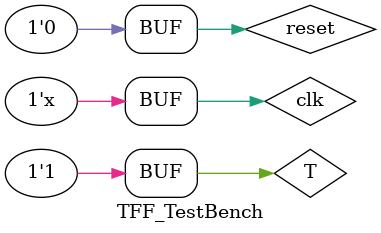
<source format=v>
`timescale 1ns / 1ps


module TFF(
        input T,
        input clk,
        input reset,
        output q1,
        output q2
    );
 
wire j,k;
assign j=T;
assign k=T;
JKFF dut(.J(j),.K(k),.clk(clk),.reset(reset),.q1(q1),.q2(q2));

endmodule


//testbench
module TFF_TestBench();
reg T,clk,reset;
wire q1,q2;
TFF dut(.T(T),.clk(clk),.reset(reset),.q1(q1),.q2(q2));
initial
begin
clk=1'b0;reset=1'b0;
#100 reset=1'b0;
#10 T=1'b0;
#20 T=1'b1;
end
always #10 clk=~clk;
endmodule

</source>
